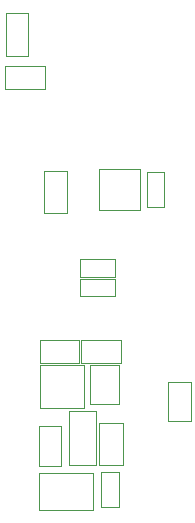
<source format=gbr>
G04 #@! TF.GenerationSoftware,KiCad,Pcbnew,(5.99.0-168-g9990dcc1b)*
G04 #@! TF.CreationDate,2019-12-17T14:25:06+03:00*
G04 #@! TF.ProjectId,SmartPartsIONBoard,536d6172-7450-4617-9274-73494f4e426f,rev?*
G04 #@! TF.SameCoordinates,Original*
G04 #@! TF.FileFunction,Other,User*
%FSLAX46Y46*%
G04 Gerber Fmt 4.6, Leading zero omitted, Abs format (unit mm)*
G04 Created by KiCad (PCBNEW (5.99.0-168-g9990dcc1b)) date 2019-12-17 14:25:06*
%MOMM*%
%LPD*%
G04 APERTURE LIST*
%ADD10C,0.100000*%
%ADD11C,0.050000*%
G04 APERTURE END LIST*
D10*
X63310000Y-65350000D02*
X63310000Y-61750000D01*
X67110000Y-65350000D02*
X63310000Y-65350000D01*
X67110000Y-61750000D02*
X67110000Y-65350000D01*
X63310000Y-61750000D02*
X67110000Y-61750000D01*
D11*
X74200000Y-66470000D02*
X74200000Y-63110000D01*
X76100000Y-66470000D02*
X74200000Y-66470000D01*
X76100000Y-63110000D02*
X76100000Y-66470000D01*
X74200000Y-63110000D02*
X76100000Y-63110000D01*
X71780000Y-48600000D02*
X68380000Y-48600000D01*
X68380000Y-48600000D02*
X68380000Y-45100000D01*
X68380000Y-45100000D02*
X71780000Y-45100000D01*
X71780000Y-45100000D02*
X71780000Y-48600000D01*
D10*
X60440000Y-35575000D02*
X60440000Y-31875000D01*
X62340000Y-35575000D02*
X60440000Y-35575000D01*
X62340000Y-31875000D02*
X62340000Y-35575000D01*
X60440000Y-31875000D02*
X62340000Y-31875000D01*
X67560000Y-65030000D02*
X67560000Y-61730000D01*
X67560000Y-65030000D02*
X70060000Y-65030000D01*
X70060000Y-61730000D02*
X67560000Y-61730000D01*
X70060000Y-61730000D02*
X70060000Y-65030000D01*
X63770000Y-38300000D02*
X60410000Y-38300000D01*
X63770000Y-36400000D02*
X63770000Y-38300000D01*
X60410000Y-36400000D02*
X63770000Y-36400000D01*
X60410000Y-38300000D02*
X60410000Y-36400000D01*
X66690000Y-61530000D02*
X63330000Y-61530000D01*
X66690000Y-59630000D02*
X66690000Y-61530000D01*
X63330000Y-59630000D02*
X66690000Y-59630000D01*
X63330000Y-61530000D02*
X63330000Y-59630000D01*
X66830000Y-59630000D02*
X70190000Y-59630000D01*
X66830000Y-61530000D02*
X66830000Y-59630000D01*
X70190000Y-61530000D02*
X66830000Y-61530000D01*
X70190000Y-59630000D02*
X70190000Y-61530000D01*
X63260000Y-70260000D02*
X63260000Y-66900000D01*
X65160000Y-70260000D02*
X63260000Y-70260000D01*
X65160000Y-66900000D02*
X65160000Y-70260000D01*
X63260000Y-66900000D02*
X65160000Y-66900000D01*
X70010000Y-70810000D02*
X70010000Y-73770000D01*
X68550000Y-70810000D02*
X70010000Y-70810000D01*
X68550000Y-73770000D02*
X68550000Y-70810000D01*
X70010000Y-73770000D02*
X68550000Y-73770000D01*
X69700000Y-54220000D02*
X66740000Y-54220000D01*
X69700000Y-52760000D02*
X69700000Y-54220000D01*
X66740000Y-52760000D02*
X69700000Y-52760000D01*
X66740000Y-54220000D02*
X66740000Y-52760000D01*
X66760000Y-54400000D02*
X69720000Y-54400000D01*
X66760000Y-55860000D02*
X66760000Y-54400000D01*
X69720000Y-55860000D02*
X66760000Y-55860000D01*
X69720000Y-54400000D02*
X69720000Y-55860000D01*
X73860000Y-45342500D02*
X73860000Y-48302500D01*
X72400000Y-45342500D02*
X73860000Y-45342500D01*
X72400000Y-48302500D02*
X72400000Y-45342500D01*
X73860000Y-48302500D02*
X72400000Y-48302500D01*
X63660000Y-48880000D02*
X63660000Y-45280000D01*
X63660000Y-48880000D02*
X65660000Y-48880000D01*
X65660000Y-45280000D02*
X63660000Y-45280000D01*
X65660000Y-45280000D02*
X65660000Y-48880000D01*
X70350000Y-66590000D02*
X70350000Y-70190000D01*
X70350000Y-66590000D02*
X68350000Y-66590000D01*
X68350000Y-70190000D02*
X70350000Y-70190000D01*
X68350000Y-70190000D02*
X68350000Y-66590000D01*
X65820000Y-70140000D02*
X65820000Y-65580000D01*
X68060000Y-70140000D02*
X65820000Y-70140000D01*
X68060000Y-65580000D02*
X68060000Y-70140000D01*
X65820000Y-65580000D02*
X68060000Y-65580000D01*
X63300000Y-70820000D02*
X67860000Y-70820000D01*
X63300000Y-73980000D02*
X63300000Y-70820000D01*
X67860000Y-73980000D02*
X63300000Y-73980000D01*
X67860000Y-70820000D02*
X67860000Y-73980000D01*
M02*

</source>
